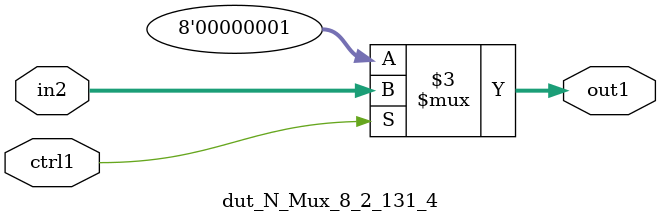
<source format=v>

`timescale 1ps / 1ps


module dut_N_Mux_8_2_131_4( in2, ctrl1, out1 );

    input [7:0] in2;
    input ctrl1;
    output [7:0] out1;
    reg [7:0] out1;

    
    // rtl_process:dut_N_Mux_8_2_131_4/dut_N_Mux_8_2_131_4_thread_1
    always @*
      begin : dut_N_Mux_8_2_131_4_thread_1
        case (ctrl1) 
          1'b1: 
            begin
              out1 = in2;
            end
          default: 
            begin
              out1 = 8'd001;
            end
        endcase
      end

endmodule



</source>
